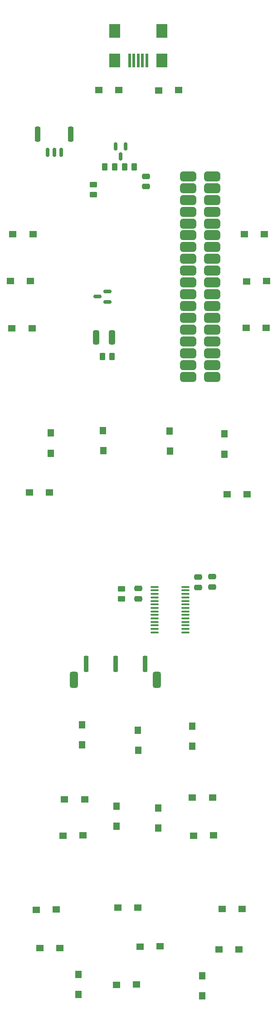
<source format=gbr>
%TF.GenerationSoftware,KiCad,Pcbnew,(6.0.0)*%
%TF.CreationDate,2022-07-04T20:32:36-04:00*%
%TF.ProjectId,800+,3830302b-2e6b-4696-9361-645f70636258,rev?*%
%TF.SameCoordinates,Original*%
%TF.FileFunction,Paste,Bot*%
%TF.FilePolarity,Positive*%
%FSLAX46Y46*%
G04 Gerber Fmt 4.6, Leading zero omitted, Abs format (unit mm)*
G04 Created by KiCad (PCBNEW (6.0.0)) date 2022-07-04 20:32:36*
%MOMM*%
%LPD*%
G01*
G04 APERTURE LIST*
G04 Aperture macros list*
%AMRoundRect*
0 Rectangle with rounded corners*
0 $1 Rounding radius*
0 $2 $3 $4 $5 $6 $7 $8 $9 X,Y pos of 4 corners*
0 Add a 4 corners polygon primitive as box body*
4,1,4,$2,$3,$4,$5,$6,$7,$8,$9,$2,$3,0*
0 Add four circle primitives for the rounded corners*
1,1,$1+$1,$2,$3*
1,1,$1+$1,$4,$5*
1,1,$1+$1,$6,$7*
1,1,$1+$1,$8,$9*
0 Add four rect primitives between the rounded corners*
20,1,$1+$1,$2,$3,$4,$5,0*
20,1,$1+$1,$4,$5,$6,$7,0*
20,1,$1+$1,$6,$7,$8,$9,0*
20,1,$1+$1,$8,$9,$2,$3,0*%
G04 Aperture macros list end*
%ADD10RoundRect,0.250000X0.312500X1.075000X-0.312500X1.075000X-0.312500X-1.075000X0.312500X-1.075000X0*%
%ADD11RoundRect,0.250000X0.262500X0.450000X-0.262500X0.450000X-0.262500X-0.450000X0.262500X-0.450000X0*%
%ADD12RoundRect,0.150000X0.587500X0.150000X-0.587500X0.150000X-0.587500X-0.150000X0.587500X-0.150000X0*%
%ADD13RoundRect,0.450000X1.050000X0.450000X-1.050000X0.450000X-1.050000X-0.450000X1.050000X-0.450000X0*%
%ADD14R,1.400000X1.250000*%
%ADD15R,1.250000X1.400000*%
%ADD16RoundRect,0.250000X0.475000X-0.250000X0.475000X0.250000X-0.475000X0.250000X-0.475000X-0.250000X0*%
%ADD17RoundRect,0.150000X0.150000X0.700000X-0.150000X0.700000X-0.150000X-0.700000X0.150000X-0.700000X0*%
%ADD18RoundRect,0.250000X0.250000X1.150000X-0.250000X1.150000X-0.250000X-1.150000X0.250000X-1.150000X0*%
%ADD19RoundRect,0.100000X0.637500X0.100000X-0.637500X0.100000X-0.637500X-0.100000X0.637500X-0.100000X0*%
%ADD20RoundRect,0.250000X-0.450000X0.262500X-0.450000X-0.262500X0.450000X-0.262500X0.450000X0.262500X0*%
%ADD21R,2.000000X2.500000*%
%ADD22R,0.500000X2.500000*%
%ADD23RoundRect,0.150000X-0.150000X0.587500X-0.150000X-0.587500X0.150000X-0.587500X0.150000X0.587500X0*%
%ADD24RoundRect,0.250000X0.450000X-0.262500X0.450000X0.262500X-0.450000X0.262500X-0.450000X-0.262500X0*%
%ADD25RoundRect,0.375000X0.375000X1.125000X-0.375000X1.125000X-0.375000X-1.125000X0.375000X-1.125000X0*%
%ADD26RoundRect,0.225000X0.225000X1.275000X-0.225000X1.275000X-0.225000X-1.275000X0.225000X-1.275000X0*%
G04 APERTURE END LIST*
D10*
%TO.C,R6*%
X96707500Y-96445000D03*
X93782500Y-96445000D03*
%TD*%
D11*
%TO.C,R5*%
X96757500Y-100025000D03*
X94932500Y-100025000D03*
%TD*%
D12*
%TO.C,Q2*%
X95867500Y-87910000D03*
X95867500Y-89810000D03*
X93992500Y-88860000D03*
%TD*%
D13*
%TO.C,J6*%
X115460000Y-66430000D03*
X110960000Y-66430000D03*
X115460000Y-68630000D03*
X110960000Y-68630000D03*
X110960000Y-70830000D03*
X115460000Y-70830000D03*
X115460000Y-73030000D03*
X110960000Y-73030000D03*
X115460000Y-75230000D03*
X110960000Y-75230000D03*
X115460000Y-77430000D03*
X110960000Y-77430000D03*
X115460000Y-79630000D03*
X110960000Y-79630000D03*
X110960000Y-81830000D03*
X115460000Y-81830000D03*
X110960000Y-84030000D03*
X115460000Y-84030000D03*
X110960000Y-86230000D03*
X115460000Y-86230000D03*
X110960000Y-88430000D03*
X115460000Y-88430000D03*
X110960000Y-90630000D03*
X115460000Y-90630000D03*
X110960000Y-92830000D03*
X115460000Y-92830000D03*
X115460000Y-95030000D03*
X110960000Y-95030000D03*
X115460000Y-97230000D03*
X110960000Y-97230000D03*
X110960000Y-99430000D03*
X115460000Y-99430000D03*
X110960000Y-101630000D03*
X115460000Y-101630000D03*
X115460000Y-103830000D03*
X110960000Y-103830000D03*
%TD*%
D14*
%TO.C,D19*%
X125215000Y-77220000D03*
X121465000Y-77245000D03*
%TD*%
D15*
%TO.C,D32*%
X97580000Y-183725000D03*
X97605000Y-187475000D03*
%TD*%
D14*
%TO.C,D24*%
X125535000Y-94650000D03*
X121785000Y-94675000D03*
%TD*%
D16*
%TO.C,C1*%
X103080000Y-68340000D03*
X103080000Y-66440000D03*
%TD*%
D15*
%TO.C,D11*%
X105350000Y-184075000D03*
X105375000Y-187825000D03*
%TD*%
%TO.C,D28*%
X101570000Y-169605000D03*
X101595000Y-173355000D03*
%TD*%
D16*
%TO.C,C4*%
X112780000Y-142980000D03*
X112780000Y-141080000D03*
%TD*%
D15*
%TO.C,D17*%
X107500000Y-113885000D03*
X107525000Y-117635000D03*
%TD*%
%TO.C,D26*%
X91140000Y-168555000D03*
X91165000Y-172305000D03*
%TD*%
D14*
%TO.C,D12*%
X125635000Y-85970000D03*
X121885000Y-85995000D03*
%TD*%
D16*
%TO.C,C3*%
X115460000Y-142900000D03*
X115460000Y-141000000D03*
%TD*%
D11*
%TO.C,R3*%
X97225000Y-64700000D03*
X95400000Y-64700000D03*
%TD*%
D14*
%TO.C,D4*%
X105685000Y-209840000D03*
X101935000Y-209865000D03*
%TD*%
D11*
%TO.C,R1*%
X100912500Y-64730000D03*
X99087500Y-64730000D03*
%TD*%
D17*
%TO.C,J4*%
X87210000Y-61960000D03*
X85960000Y-61960000D03*
X84710000Y-61960000D03*
D18*
X89060000Y-58610000D03*
X82860000Y-58610000D03*
%TD*%
D14*
%TO.C,D18*%
X91295000Y-189190000D03*
X87545000Y-189215000D03*
%TD*%
D15*
%TO.C,D27*%
X111700000Y-168825000D03*
X111725000Y-172575000D03*
%TD*%
D14*
%TO.C,D10*%
X81975000Y-77190000D03*
X78225000Y-77215000D03*
%TD*%
%TO.C,D14*%
X81495000Y-85950000D03*
X77745000Y-85975000D03*
%TD*%
D19*
%TO.C,U1*%
X110422500Y-142905000D03*
X110422500Y-143555000D03*
X110422500Y-144205000D03*
X110422500Y-144855000D03*
X110422500Y-145505000D03*
X110422500Y-146155000D03*
X110422500Y-146805000D03*
X110422500Y-147455000D03*
X110422500Y-148105000D03*
X110422500Y-148755000D03*
X110422500Y-149405000D03*
X110422500Y-150055000D03*
X110422500Y-150705000D03*
X110422500Y-151355000D03*
X104697500Y-151355000D03*
X104697500Y-150705000D03*
X104697500Y-150055000D03*
X104697500Y-149405000D03*
X104697500Y-148755000D03*
X104697500Y-148105000D03*
X104697500Y-147455000D03*
X104697500Y-146805000D03*
X104697500Y-146155000D03*
X104697500Y-145505000D03*
X104697500Y-144855000D03*
X104697500Y-144205000D03*
X104697500Y-143555000D03*
X104697500Y-142905000D03*
%TD*%
D20*
%TO.C,R4*%
X98490000Y-143257500D03*
X98490000Y-145082500D03*
%TD*%
D14*
%TO.C,D20*%
X115485000Y-182120000D03*
X111735000Y-182145000D03*
%TD*%
%TO.C,D22*%
X109175000Y-50400000D03*
X105425000Y-50425000D03*
%TD*%
%TO.C,D5*%
X121065000Y-202830000D03*
X117315000Y-202855000D03*
%TD*%
%TO.C,D2*%
X101315000Y-216960000D03*
X97565000Y-216985000D03*
%TD*%
%TO.C,D15*%
X98015000Y-50360000D03*
X94265000Y-50385000D03*
%TD*%
%TO.C,D7*%
X86345000Y-202980000D03*
X82595000Y-203005000D03*
%TD*%
%TO.C,D8*%
X120435000Y-210400000D03*
X116685000Y-210425000D03*
%TD*%
%TO.C,D13*%
X121965000Y-125664000D03*
X118215000Y-125689000D03*
%TD*%
D21*
%TO.C,J2*%
X97210000Y-39400000D03*
X106010000Y-39400000D03*
X97210000Y-44900000D03*
X106010000Y-44900000D03*
D22*
X100010000Y-44900000D03*
X100810000Y-44900000D03*
X101610000Y-44900000D03*
X102410000Y-44900000D03*
X103210000Y-44900000D03*
%TD*%
D16*
%TO.C,C2*%
X101600000Y-145090000D03*
X101600000Y-143190000D03*
%TD*%
D15*
%TO.C,D3*%
X113550000Y-215295000D03*
X113575000Y-219045000D03*
%TD*%
%TO.C,D25*%
X117730000Y-114425000D03*
X117755000Y-118175000D03*
%TD*%
%TO.C,D31*%
X95070000Y-113795000D03*
X95095000Y-117545000D03*
%TD*%
D14*
%TO.C,D6*%
X86995000Y-210120000D03*
X83245000Y-210145000D03*
%TD*%
D15*
%TO.C,D16*%
X85275000Y-114250000D03*
X85300000Y-118000000D03*
%TD*%
D14*
%TO.C,D9*%
X85075000Y-125274000D03*
X81325000Y-125299000D03*
%TD*%
D23*
%TO.C,Q1*%
X97400000Y-60882500D03*
X99300000Y-60882500D03*
X98350000Y-62757500D03*
%TD*%
D24*
%TO.C,R2*%
X93280000Y-69842500D03*
X93280000Y-68017500D03*
%TD*%
D14*
%TO.C,D30*%
X101555000Y-202590000D03*
X97805000Y-202615000D03*
%TD*%
D25*
%TO.C,J5*%
X89640000Y-160200000D03*
X105140000Y-160200000D03*
D26*
X102890000Y-157200000D03*
X97390000Y-157200000D03*
X91890000Y-157200000D03*
%TD*%
D14*
%TO.C,D29*%
X91615000Y-182430000D03*
X87865000Y-182455000D03*
%TD*%
%TO.C,D21*%
X115715000Y-189170000D03*
X111965000Y-189195000D03*
%TD*%
%TO.C,D23*%
X81785000Y-94740000D03*
X78035000Y-94765000D03*
%TD*%
D15*
%TO.C,D1*%
X90430000Y-215035000D03*
X90455000Y-218785000D03*
%TD*%
M02*

</source>
